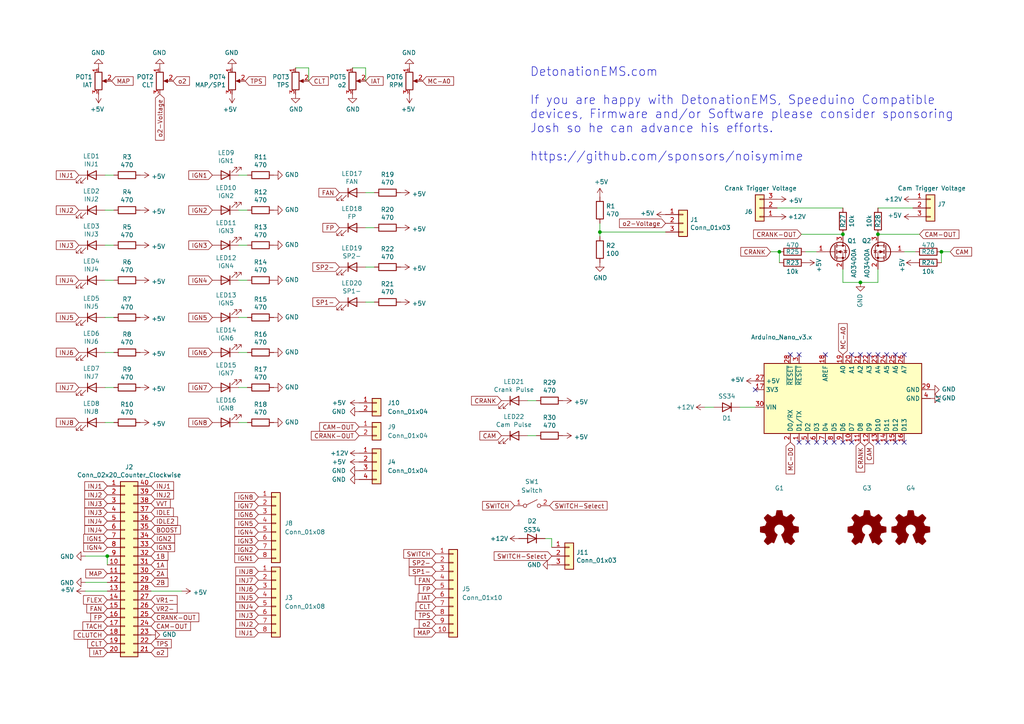
<source format=kicad_sch>
(kicad_sch (version 20211123) (generator eeschema)
  (paper "A4")
  (title_block (title "Engine Simulator") (date "2021-10-08") (rev "A") (company "DetonationEMS"))
  (junction (at 249.555 81.915))
  (junction (at 31.115 161.29))
  (junction (at 226.06 73.025))
  (junction (at 254.635 67.945))
  (junction (at 273.05 73.025))
  (junction (at 244.475 67.945))
  (junction (at 173.99 67.31))
  (no_connect (at 231.775 102.87))
  (no_connect (at 247.015 102.87))
  (no_connect (at 249.555 102.87))
  (no_connect (at 241.935 128.27))
  (no_connect (at 229.235 102.87))
  (no_connect (at 236.855 128.27))
  (no_connect (at 239.395 102.87))
  (no_connect (at 262.255 102.87))
  (no_connect (at 231.775 128.27))
  (no_connect (at 219.075 113.03))
  (no_connect (at 254.635 128.27))
  (no_connect (at 259.715 128.27))
  (no_connect (at 247.015 128.27))
  (no_connect (at 244.475 128.27))
  (no_connect (at 257.175 128.27))
  (no_connect (at 257.175 102.87))
  (no_connect (at 254.635 102.87))
  (no_connect (at 234.315 128.27))
  (no_connect (at 252.095 102.87))
  (no_connect (at 262.255 128.27))
  (no_connect (at 259.715 102.87))
  (no_connect (at 239.395 128.27))
  (wire (pts (xy 193.04 67.31) (xy 173.99 67.31)))
  (wire (pts (xy 106.045 19.685) (xy 106.045 23.495)))
  (wire (pts (xy 153.035 126.365) (xy 155.575 126.365)))
  (wire (pts (xy 30.48 60.96) (xy 33.02 60.96)))
  (wire (pts (xy 30.48 112.395) (xy 33.02 112.395)))
  (wire (pts (xy 158.115 156.21) (xy 160.02 156.21)))
  (wire (pts (xy 31.115 163.83) (xy 31.115 161.29)))
  (wire (pts (xy 85.725 19.685) (xy 89.535 19.685)))
  (wire (pts (xy 223.52 73.025) (xy 226.06 73.025)))
  (wire (pts (xy 52.705 171.45) (xy 43.815 171.45)))
  (wire (pts (xy 275.59 73.025) (xy 273.05 73.025)))
  (wire (pts (xy 30.48 50.8) (xy 33.02 50.8)))
  (wire (pts (xy 69.215 92.075) (xy 71.755 92.075)))
  (wire (pts (xy 30.48 71.12) (xy 33.02 71.12)))
  (wire (pts (xy 69.215 60.96) (xy 71.755 60.96)))
  (wire (pts (xy 265.43 73.025) (xy 262.255 73.025)))
  (wire (pts (xy 106.045 66.04) (xy 108.585 66.04)))
  (wire (pts (xy 225.425 60.325) (xy 244.475 60.325)))
  (wire (pts (xy 69.215 50.8) (xy 71.755 50.8)))
  (wire (pts (xy 24.765 171.45) (xy 31.115 171.45)))
  (wire (pts (xy 204.47 118.11) (xy 207.01 118.11)))
  (wire (pts (xy 24.765 168.91) (xy 31.115 168.91)))
  (wire (pts (xy 160.02 156.21) (xy 160.02 158.75)))
  (wire (pts (xy 106.045 87.63) (xy 108.585 87.63)))
  (wire (pts (xy 69.215 122.555) (xy 71.755 122.555)))
  (wire (pts (xy 30.48 122.555) (xy 33.02 122.555)))
  (wire (pts (xy 153.035 116.205) (xy 155.575 116.205)))
  (wire (pts (xy 244.475 81.915) (xy 249.555 81.915)))
  (wire (pts (xy 273.05 73.025) (xy 273.05 76.2)))
  (wire (pts (xy 254.635 81.915) (xy 254.635 78.105)))
  (wire (pts (xy 254.635 67.945) (xy 266.7 67.945)))
  (wire (pts (xy 69.215 102.235) (xy 71.755 102.235)))
  (wire (pts (xy 106.045 77.47) (xy 108.585 77.47)))
  (wire (pts (xy 254.635 60.325) (xy 264.795 60.325)))
  (wire (pts (xy 244.475 78.105) (xy 244.475 81.915)))
  (wire (pts (xy 173.99 64.77) (xy 173.99 67.31)))
  (wire (pts (xy 214.63 118.11) (xy 219.075 118.11)))
  (wire (pts (xy 226.06 73.025) (xy 226.06 76.2)))
  (wire (pts (xy 106.045 55.88) (xy 108.585 55.88)))
  (wire (pts (xy 233.68 73.025) (xy 236.855 73.025)))
  (wire (pts (xy 69.215 81.28) (xy 71.755 81.28)))
  (wire (pts (xy 24.765 161.29) (xy 31.115 161.29)))
  (wire (pts (xy 69.215 71.12) (xy 71.755 71.12)))
  (wire (pts (xy 30.48 81.28) (xy 33.02 81.28)))
  (wire (pts (xy 232.41 67.945) (xy 244.475 67.945)))
  (wire (pts (xy 30.48 102.235) (xy 33.02 102.235)))
  (wire (pts (xy 249.555 81.915) (xy 254.635 81.915)))
  (wire (pts (xy 69.215 112.395) (xy 71.755 112.395)))
  (wire (pts (xy 89.535 19.685) (xy 89.535 23.495)))
  (wire (pts (xy 173.99 67.31) (xy 173.99 68.58)))
  (wire (pts (xy 102.235 19.685) (xy 106.045 19.685)))
  (wire (pts (xy 30.48 92.075) (xy 33.02 92.075)))
  (text "DetonationEMS.com\n\nIf you are happy with DetonationEMS, Speeduino Compatible\ndevices, Firmware and/or Software please consider sponsoring\nJosh so he can advance his efforts.\n\nhttps://github.com/sponsors/noisymime" (at 153.67 46.99 0) (effects (font (size 2.54 2.54)) (justify left bottom)))
  (global_label "SWITCH" (shape input) (at 149.225 146.685 180) (property "Intersheet References" "${INTERSHEET_REFS}" (effects hide)))
  (global_label "MAP" (shape input) (at 31.115 166.37 180) (property "Intersheet References" "${INTERSHEET_REFS}" (effects hide)))
  (global_label "MC-A0" (shape input) (at 122.555 23.495 0) (property "Intersheet References" "${INTERSHEET_REFS}" (effects hide)))
  (global_label "TPS" (shape input) (at 43.815 186.69 0) (property "Intersheet References" "${INTERSHEET_REFS}" (effects hide)))
  (global_label "CRANK-OUT" (shape input) (at 104.14 126.365 180) (property "Intersheet References" "${INTERSHEET_REFS}" (effects hide)))
  (global_label "FAN" (shape input) (at 126.365 168.275 180) (property "Intersheet References" "${INTERSHEET_REFS}" (effects hide)))
  (global_label "1A" (shape input) (at 43.815 163.83 0) (property "Intersheet References" "${INTERSHEET_REFS}" (effects hide)))
  (global_label "INJ4" (shape input) (at 31.115 151.13 180) (property "Intersheet References" "${INTERSHEET_REFS}" (effects hide)))
  (global_label "INJ4" (shape input) (at 74.93 175.895 180) (property "Intersheet References" "${INTERSHEET_REFS}" (effects hide)))
  (global_label "INJ2" (shape input) (at 31.115 143.51 180) (property "Intersheet References" "${INTERSHEET_REFS}" (effects hide)))
  (global_label "IGN5" (shape input) (at 74.93 151.765 180) (property "Intersheet References" "${INTERSHEET_REFS}" (effects hide)))
  (global_label "INJ5" (shape input) (at 74.93 173.355 180) (property "Intersheet References" "${INTERSHEET_REFS}" (effects hide)))
  (global_label "INJ1" (shape input) (at 22.86 50.8 180) (property "Intersheet References" "${INTERSHEET_REFS}" (effects hide)))
  (global_label "INJ2" (shape input) (at 22.86 60.96 180) (property "Intersheet References" "${INTERSHEET_REFS}" (effects hide)))
  (global_label "CAM" (shape input) (at 275.59 73.025 0) (property "Intersheet References" "${INTERSHEET_REFS}" (effects hide)))
  (global_label "IGN2" (shape input) (at 74.93 159.385 180) (property "Intersheet References" "${INTERSHEET_REFS}" (effects hide)))
  (global_label "CLUTCH" (shape input) (at 31.115 184.15 180) (property "Intersheet References" "${INTERSHEET_REFS}" (effects hide)))
  (global_label "1B" (shape input) (at 43.815 161.29 0) (property "Intersheet References" "${INTERSHEET_REFS}" (effects hide)))
  (global_label "IGN3" (shape input) (at 74.93 156.845 180) (property "Intersheet References" "${INTERSHEET_REFS}" (effects hide)))
  (global_label "INJ3" (shape input) (at 31.115 148.59 180) (property "Intersheet References" "${INTERSHEET_REFS}" (effects hide)))
  (global_label "IGN1" (shape input) (at 61.595 50.8 180) (property "Intersheet References" "${INTERSHEET_REFS}" (effects hide)))
  (global_label "CLT" (shape input) (at 126.365 175.895 180) (property "Intersheet References" "${INTERSHEET_REFS}" (effects hide)))
  (global_label "IGN1" (shape input) (at 74.93 161.925 180) (property "Intersheet References" "${INTERSHEET_REFS}" (effects hide)))
  (global_label "CRANK" (shape input) (at 223.52 73.025 180) (property "Intersheet References" "${INTERSHEET_REFS}" (effects hide)))
  (global_label "BOOST" (shape input) (at 43.815 153.67 0) (property "Intersheet References" "${INTERSHEET_REFS}" (effects hide)))
  (global_label "TPS" (shape input) (at 126.365 178.435 180) (property "Intersheet References" "${INTERSHEET_REFS}" (effects hide)))
  (global_label "CAM" (shape input) (at 252.095 128.27 270) (property "Intersheet References" "${INTERSHEET_REFS}" (effects hide)))
  (global_label "FP" (shape input) (at 31.115 179.07 180) (property "Intersheet References" "${INTERSHEET_REFS}" (effects hide)))
  (global_label "IGN4" (shape input) (at 31.115 158.75 180) (property "Intersheet References" "${INTERSHEET_REFS}" (effects hide)))
  (global_label "CLT" (shape input) (at 89.535 23.495 0) (property "Intersheet References" "${INTERSHEET_REFS}" (effects hide)))
  (global_label "INJ1" (shape input) (at 43.815 140.97 0) (property "Intersheet References" "${INTERSHEET_REFS}" (effects hide)))
  (global_label "INJ8" (shape input) (at 22.86 122.555 180) (property "Intersheet References" "${INTERSHEET_REFS}" (effects hide)))
  (global_label "CRANK-OUT" (shape input) (at 232.41 67.945 180) (property "Intersheet References" "${INTERSHEET_REFS}" (effects hide)))
  (global_label "SWITCH-Select" (shape input) (at 159.385 146.685 0) (property "Intersheet References" "${INTERSHEET_REFS}" (effects hide)))
  (global_label "o2" (shape input) (at 50.165 23.495 0) (property "Intersheet References" "${INTERSHEET_REFS}" (effects hide)))
  (global_label "INJ6" (shape input) (at 74.93 170.815 180) (property "Intersheet References" "${INTERSHEET_REFS}" (effects hide)))
  (global_label "INJ4" (shape input) (at 22.86 81.28 180) (property "Intersheet References" "${INTERSHEET_REFS}" (effects hide)))
  (global_label "INJ7" (shape input) (at 22.86 112.395 180) (property "Intersheet References" "${INTERSHEET_REFS}" (effects hide)))
  (global_label "INJ3" (shape input) (at 74.93 178.435 180) (property "Intersheet References" "${INTERSHEET_REFS}" (effects hide)))
  (global_label "SP1-" (shape input) (at 126.365 165.735 180) (property "Intersheet References" "${INTERSHEET_REFS}" (effects hide)))
  (global_label "INJ7" (shape input) (at 74.93 168.275 180) (property "Intersheet References" "${INTERSHEET_REFS}" (effects hide)))
  (global_label "IGN7" (shape input) (at 61.595 112.395 180) (property "Intersheet References" "${INTERSHEET_REFS}" (effects hide)))
  (global_label "SWITCH" (shape input) (at 126.365 160.655 180) (property "Intersheet References" "${INTERSHEET_REFS}" (effects hide)))
  (global_label "VVT" (shape input) (at 43.815 146.05 0) (property "Intersheet References" "${INTERSHEET_REFS}" (effects hide)))
  (global_label "INJ4" (shape input) (at 31.115 153.67 180) (property "Intersheet References" "${INTERSHEET_REFS}" (effects hide)))
  (global_label "IGN8" (shape input) (at 74.93 144.145 180) (property "Intersheet References" "${INTERSHEET_REFS}" (effects hide)))
  (global_label "MC-A0" (shape input) (at 244.475 102.87 90) (property "Intersheet References" "${INTERSHEET_REFS}" (effects hide)))
  (global_label "o2-Voltage" (shape input) (at 46.355 27.305 270) (property "Intersheet References" "${INTERSHEET_REFS}" (effects hide)))
  (global_label "IGN3" (shape input) (at 43.815 158.75 0) (property "Intersheet References" "${INTERSHEET_REFS}" (effects hide)))
  (global_label "CRANK" (shape input) (at 249.555 128.27 270) (property "Intersheet References" "${INTERSHEET_REFS}" (effects hide)))
  (global_label "IDLE" (shape input) (at 43.815 148.59 0) (property "Intersheet References" "${INTERSHEET_REFS}" (effects hide)))
  (global_label "IGN5" (shape input) (at 61.595 92.075 180) (property "Intersheet References" "${INTERSHEET_REFS}" (effects hide)))
  (global_label "SP1-" (shape input) (at 98.425 87.63 180) (property "Intersheet References" "${INTERSHEET_REFS}" (effects hide)))
  (global_label "IGN3" (shape input) (at 61.595 71.12 180) (property "Intersheet References" "${INTERSHEET_REFS}" (effects hide)))
  (global_label "INJ3" (shape input) (at 22.86 71.12 180) (property "Intersheet References" "${INTERSHEET_REFS}" (effects hide)))
  (global_label "FAN" (shape input) (at 98.425 55.88 180) (property "Intersheet References" "${INTERSHEET_REFS}" (effects hide)))
  (global_label "TACH" (shape input) (at 31.115 181.61 180) (property "Intersheet References" "${INTERSHEET_REFS}" (effects hide)))
  (global_label "CAM" (shape input) (at 145.415 126.365 180) (property "Intersheet References" "${INTERSHEET_REFS}" (effects hide)))
  (global_label "IAT" (shape input) (at 126.365 173.355 180) (property "Intersheet References" "${INTERSHEET_REFS}" (effects hide)))
  (global_label "FP" (shape input) (at 98.425 66.04 180) (property "Intersheet References" "${INTERSHEET_REFS}" (effects hide)))
  (global_label "o2-Voltage" (shape input) (at 193.04 64.77 180) (property "Intersheet References" "${INTERSHEET_REFS}" (effects hide)))
  (global_label "IDLE2" (shape input) (at 43.815 151.13 0) (property "Intersheet References" "${INTERSHEET_REFS}" (effects hide)))
  (global_label "INJ6" (shape input) (at 22.86 102.235 180) (property "Intersheet References" "${INTERSHEET_REFS}" (effects hide)))
  (global_label "MAP" (shape input) (at 126.365 183.515 180) (property "Intersheet References" "${INTERSHEET_REFS}" (effects hide)))
  (global_label "CAM-OUT" (shape input) (at 266.7 67.945 0) (property "Intersheet References" "${INTERSHEET_REFS}" (effects hide)))
  (global_label "SWITCH-Select" (shape input) (at 160.02 161.29 180) (property "Intersheet References" "${INTERSHEET_REFS}" (effects hide)))
  (global_label "TPS" (shape input) (at 71.12 23.495 0) (property "Intersheet References" "${INTERSHEET_REFS}" (effects hide)))
  (global_label "VR1-" (shape input) (at 43.815 173.99 0) (property "Intersheet References" "${INTERSHEET_REFS}" (effects hide)))
  (global_label "IGN4" (shape input) (at 61.595 81.28 180) (property "Intersheet References" "${INTERSHEET_REFS}" (effects hide)))
  (global_label "IGN7" (shape input) (at 74.93 146.685 180) (property "Intersheet References" "${INTERSHEET_REFS}" (effects hide)))
  (global_label "IGN2" (shape input) (at 61.595 60.96 180) (property "Intersheet References" "${INTERSHEET_REFS}" (effects hide)))
  (global_label "INJ8" (shape input) (at 74.93 165.735 180) (property "Intersheet References" "${INTERSHEET_REFS}" (effects hide)))
  (global_label "SP2-" (shape input) (at 126.365 163.195 180) (property "Intersheet References" "${INTERSHEET_REFS}" (effects hide)))
  (global_label "INJ2" (shape input) (at 74.93 180.975 180) (property "Intersheet References" "${INTERSHEET_REFS}" (effects hide)))
  (global_label "INJ5" (shape input) (at 22.86 92.075 180) (property "Intersheet References" "${INTERSHEET_REFS}" (effects hide)))
  (global_label "INJ1" (shape input) (at 74.93 183.515 180) (property "Intersheet References" "${INTERSHEET_REFS}" (effects hide)))
  (global_label "CAM-OUT" (shape input) (at 43.815 181.61 0) (property "Intersheet References" "${INTERSHEET_REFS}" (effects hide)))
  (global_label "SP2-" (shape input) (at 98.425 77.47 180) (property "Intersheet References" "${INTERSHEET_REFS}" (effects hide)))
  (global_label "IGN2" (shape input) (at 43.815 156.21 0) (property "Intersheet References" "${INTERSHEET_REFS}" (effects hide)))
  (global_label "CRANK-OUT" (shape input) (at 43.815 179.07 0) (property "Intersheet References" "${INTERSHEET_REFS}" (effects hide)))
  (global_label "CAM-OUT" (shape input) (at 104.14 123.825 180) (property "Intersheet References" "${INTERSHEET_REFS}" (effects hide)))
  (global_label "MC-D0" (shape input) (at 229.235 128.27 270) (property "Intersheet References" "${INTERSHEET_REFS}" (effects hide)))
  (global_label "IGN6" (shape input) (at 61.595 102.235 180) (property "Intersheet References" "${INTERSHEET_REFS}" (effects hide)))
  (global_label "o2" (shape input) (at 126.365 180.975 180) (property "Intersheet References" "${INTERSHEET_REFS}" (effects hide)))
  (global_label "FAN" (shape input) (at 31.115 176.53 180) (property "Intersheet References" "${INTERSHEET_REFS}" (effects hide)))
  (global_label "CRANK" (shape input) (at 145.415 116.205 180) (property "Intersheet References" "${INTERSHEET_REFS}" (effects hide)))
  (global_label "o2" (shape input) (at 43.815 189.23 0) (property "Intersheet References" "${INTERSHEET_REFS}" (effects hide)))
  (global_label "VR2-" (shape input) (at 43.815 176.53 0) (property "Intersheet References" "${INTERSHEET_REFS}" (effects hide)))
  (global_label "2A" (shape input) (at 43.815 166.37 0) (property "Intersheet References" "${INTERSHEET_REFS}" (effects hide)))
  (global_label "IGN6" (shape input) (at 74.93 149.225 180) (property "Intersheet References" "${INTERSHEET_REFS}" (effects hide)))
  (global_label "MAP" (shape input) (at 32.385 23.495 0) (property "Intersheet References" "${INTERSHEET_REFS}" (effects hide)))
  (global_label "INJ2" (shape input) (at 43.815 143.51 0) (property "Intersheet References" "${INTERSHEET_REFS}" (effects hide)))
  (global_label "IGN8" (shape input) (at 61.595 122.555 180) (property "Intersheet References" "${INTERSHEET_REFS}" (effects hide)))
  (global_label "IGN4" (shape input) (at 74.93 154.305 180) (property "Intersheet References" "${INTERSHEET_REFS}" (effects hide)))
  (global_label "FLEX" (shape input) (at 31.115 173.99 180) (property "Intersheet References" "${INTERSHEET_REFS}" (effects hide)))
  (global_label "FP" (shape input) (at 126.365 170.815 180) (property "Intersheet References" "${INTERSHEET_REFS}" (effects hide)))
  (global_label "INJ3" (shape input) (at 31.115 146.05 180) (property "Intersheet References" "${INTERSHEET_REFS}" (effects hide)))
  (global_label "IGN1" (shape input) (at 31.115 156.21 180) (property "Intersheet References" "${INTERSHEET_REFS}" (effects hide)))
  (global_label "IAT" (shape input) (at 106.045 23.495 0) (property "Intersheet References" "${INTERSHEET_REFS}" (effects hide)))
  (global_label "2B" (shape input) (at 43.815 168.91 0) (property "Intersheet References" "${INTERSHEET_REFS}" (effects hide)))
  (global_label "INJ1" (shape input) (at 31.115 140.97 180) (property "Intersheet References" "${INTERSHEET_REFS}" (effects hide)))
  (global_label "IAT" (shape input) (at 31.115 189.23 180) (property "Intersheet References" "${INTERSHEET_REFS}" (effects hide)))
  (global_label "CLT" (shape input) (at 31.115 186.69 180) (property "Intersheet References" "${INTERSHEET_REFS}" (effects hide)))
  (symbol (lib_id "Device:R_POT") (at 46.355 23.495 0) (unit 1) (in_bom no)
    (property "Reference" "POT2" (at 44.6024 22.3266 0) (effects (justify right)))
    (property "Value" "CLT" (at 44.6024 24.638 0) (effects (justify right)))
    (property "Footprint" "MyLibs:RV09AF4020KB10K" (effects hide))
  )
  (symbol (lib_id "Device:R_POT") (at 85.725 23.495 0) (unit 1) (in_bom no)
    (property "Reference" "POT3" (at 83.9724 22.3266 0) (effects (justify right)))
    (property "Value" "TPS" (at 83.9724 24.638 0) (effects (justify right)))
    (property "Footprint" "MyLibs:RV09AF4020KB10K" (effects hide))
  )
  (symbol (lib_id "Device:R_POT") (at 67.31 23.495 0) (unit 1) (in_bom no)
    (property "Reference" "POT4" (at 65.5574 22.3266 0) (effects (justify right)))
    (property "Value" "MAP/SP1" (at 65.5574 24.638 0) (effects (justify right)))
    (property "Footprint" "MyLibs:RV09AF4020KB10K" (effects hide))
  )
  (symbol (lib_id "Device:R_POT") (at 28.575 23.495 0) (unit 1) (in_bom no)
    (property "Reference" "POT1" (at 26.8224 22.3266 0) (effects (justify right)))
    (property "Value" "IAT" (at 26.8224 24.638 0) (effects (justify right)))
    (property "Footprint" "MyLibs:RV09AF4020KB10K" (effects hide))
  )
  (symbol (lib_id "Device:R_POT") (at 102.235 23.495 0) (unit 1) (in_bom no)
    (property "Reference" "POT5" (at 100.4824 22.3266 0) (effects (justify right)))
    (property "Value" "o2" (at 100.4824 24.638 0) (effects (justify right)))
    (property "Footprint" "MyLibs:RV09AF4020KB10K" (effects hide))
  )
  (symbol (lib_id "Device:R_POT") (at 118.745 23.495 0) (unit 1) (in_bom no)
    (property "Reference" "POT6" (at 116.9924 22.3266 0) (effects (justify right)))
    (property "Value" "RPM" (at 116.9924 24.638 0) (effects (justify right)))
    (property "Footprint" "MyLibs:RV09AF4020KB10K" (effects hide))
  )
  (symbol (lib_id "power:+5V") (at 118.745 27.305 180) (unit 1)
    (property "Reference" "#PWR0101" (effects hide))
    (property "Value" "+5V" (at 118.364 31.6992 0))
  )
  (symbol (lib_id "power:+5V") (at 219.075 110.49 90) (unit 1)
    (property "Reference" "#PWR0102" (effects hide))
    (property "Value" "+5V" (at 215.8238 110.109 90) (effects (justify left)))
  )
  (symbol (lib_id "power:GND") (at 118.745 19.685 180) (unit 1)
    (property "Reference" "#PWR0103" (effects hide))
    (property "Value" "GND" (at 118.618 15.2908 0))
  )
  (symbol (lib_id "power:GND") (at 269.875 115.57 90) (unit 1)
    (property "Reference" "#PWR0104" (effects hide))
    (property "Value" "GND" (at 273.1262 115.443 90) (effects (justify right)))
  )
  (symbol (lib_id "power:GND") (at 269.875 113.03 90) (unit 1)
    (property "Reference" "#PWR0105" (effects hide))
    (property "Value" "GND" (at 273.1262 112.903 90) (effects (justify right)))
  )
  (symbol (lib_id "Connector_Generic:Conn_01x03") (at 198.12 64.77 0) (unit 1) (in_bom no)
    (property "Reference" "J1" (at 200.152 63.7032 0) (effects (justify left)))
    (property "Value" "Conn_01x03" (at 200.152 66.0146 0) (effects (justify left)))
    (property "Footprint" "Detonation:3-PinSwitch" (effects hide))
  )
  (symbol (lib_id "power:+5V") (at 193.04 62.23 90) (unit 1)
    (property "Reference" "#PWR0107" (effects hide))
    (property "Value" "+5V" (at 189.7888 61.849 90) (effects (justify left)))
  )
  (symbol (lib_id "Device:R") (at 173.99 72.39 0) (unit 1)
    (property "Reference" "R2" (at 175.768 71.2216 0) (effects (justify left)))
    (property "Value" "100" (at 175.768 73.533 0) (effects (justify left)))
    (property "Footprint" "Resistor_SMD:R_0603_1608Metric" (effects hide))
    (property "LCSC" "C22775" (effects hide))
  )
  (symbol (lib_id "Device:R") (at 173.99 60.96 0) (unit 1)
    (property "Reference" "R1" (at 175.768 59.7916 0) (effects (justify left)))
    (property "Value" "470" (at 175.768 62.103 0) (effects (justify left)))
    (property "Footprint" "Resistor_SMD:R_0603_1608Metric" (effects hide))
    (property "LCSC" "C23179" (effects hide))
  )
  (symbol (lib_id "power:+5V") (at 173.99 57.15 0) (unit 1)
    (property "Reference" "#PWR0108" (effects hide))
    (property "Value" "+5V" (at 174.371 52.7558 0))
  )
  (symbol (lib_id "power:GND") (at 173.99 76.2 0) (unit 1)
    (property "Reference" "#PWR0109" (effects hide))
    (property "Value" "GND" (at 174.117 80.5942 0))
  )
  (symbol (lib_id "power:+5V") (at 67.31 27.305 180) (unit 1)
    (property "Reference" "#PWR0110" (effects hide))
    (property "Value" "+5V" (at 66.675 31.75 0))
  )
  (symbol (lib_id "power:GND") (at 67.31 19.685 180) (unit 1)
    (property "Reference" "#PWR0112" (effects hide))
    (property "Value" "GND" (at 67.183 15.2908 0))
  )
  (symbol (lib_id "power:GND") (at 46.355 19.685 180) (unit 1)
    (property "Reference" "#PWR0113" (effects hide))
    (property "Value" "GND" (at 46.228 15.2908 0))
  )
  (symbol (lib_id "power:GND") (at 85.725 27.305 0) (unit 1)
    (property "Reference" "#PWR0115" (effects hide))
    (property "Value" "GND" (at 85.852 31.6992 0))
  )
  (symbol (lib_id "Pre_Ignition-rescue:Conn_02x20_Counter_Clockwise-Connector_Generic") (at 36.195 163.83 0) (unit 1) (in_bom no)
    (property "Reference" "J2" (at 37.465 135.4582 0))
    (property "Value" "Conn_02x20_Counter_Clockwise" (at 37.465 137.7696 0))
    (property "Footprint" "Connector_Automotive:IDC-Header_2x20_P2.54mm_Vertical_Speeduino" (effects hide))
  )
  (symbol (lib_id "power:GND") (at 24.765 161.29 270) (unit 1)
    (property "Reference" "#PWR0116" (effects hide))
    (property "Value" "GND" (at 21.5138 161.417 90) (effects (justify right)))
  )
  (symbol (lib_id "power:GND") (at 24.765 168.91 270) (unit 1)
    (property "Reference" "#PWR0117" (effects hide))
    (property "Value" "GND" (at 21.5138 169.037 90) (effects (justify right)))
  )
  (symbol (lib_id "power:+5V") (at 24.765 171.45 90) (unit 1)
    (property "Reference" "#PWR0118" (effects hide))
    (property "Value" "+5V" (at 21.5138 171.069 90) (effects (justify left)))
  )
  (symbol (lib_id "power:GND") (at 43.815 184.15 90) (unit 1)
    (property "Reference" "#PWR0119" (effects hide))
    (property "Value" "GND" (at 47.0662 184.023 90) (effects (justify right)))
  )
  (symbol (lib_id "power:+5V") (at 52.705 171.45 270) (unit 1)
    (property "Reference" "#PWR0120" (effects hide))
    (property "Value" "+5V" (at 55.9562 171.831 90) (effects (justify left)))
  )
  (symbol (lib_id "Device:R") (at 75.565 50.8 270) (unit 1)
    (property "Reference" "R11" (at 75.565 45.5422 90))
    (property "Value" "470" (at 75.565 47.8536 90))
    (property "Footprint" "Resistor_SMD:R_0603_1608Metric" (effects hide))
    (property "LCSC" "C23179" (effects hide))
  )
  (symbol (lib_id "power:GND") (at 79.375 50.8 90) (unit 1)
    (property "Reference" "#PWR0121" (effects hide))
    (property "Value" "GND" (at 82.6262 50.673 90) (effects (justify right)))
  )
  (symbol (lib_id "Device:LED") (at 65.405 50.8 180) (unit 1)
    (property "Reference" "LED9" (at 65.5828 44.323 0))
    (property "Value" "IGN1" (at 65.5828 46.6344 0))
    (property "Footprint" "LED_SMD:LED_0603_1608Metric" (effects hide))
    (property "LCSC" "C2286" (effects hide))
  )
  (symbol (lib_id "Device:R") (at 75.565 60.96 270) (unit 1)
    (property "Reference" "R12" (at 75.565 55.7022 90))
    (property "Value" "470" (at 75.565 58.0136 90))
    (property "Footprint" "Resistor_SMD:R_0603_1608Metric" (effects hide))
    (property "LCSC" "C23179" (effects hide))
  )
  (symbol (lib_id "power:GND") (at 79.375 60.96 90) (unit 1)
    (property "Reference" "#PWR0122" (effects hide))
    (property "Value" "GND" (at 82.6262 60.833 90) (effects (justify right)))
  )
  (symbol (lib_id "Device:LED") (at 65.405 60.96 180) (unit 1)
    (property "Reference" "LED10" (at 65.5828 54.483 0))
    (property "Value" "IGN2" (at 65.5828 56.7944 0))
    (property "Footprint" "LED_SMD:LED_0603_1608Metric" (effects hide))
    (property "LCSC" "C2286" (effects hide))
  )
  (symbol (lib_id "Device:R") (at 75.565 71.12 270) (unit 1)
    (property "Reference" "R13" (at 75.565 65.8622 90))
    (property "Value" "470" (at 75.565 68.1736 90))
    (property "Footprint" "Resistor_SMD:R_0603_1608Metric" (effects hide))
    (property "LCSC" "C23179" (effects hide))
  )
  (symbol (lib_id "power:GND") (at 79.375 71.12 90) (unit 1)
    (property "Reference" "#PWR0123" (effects hide))
    (property "Value" "GND" (at 82.6262 70.993 90) (effects (justify right)))
  )
  (symbol (lib_id "Device:LED") (at 65.405 71.12 180) (unit 1)
    (property "Reference" "LED11" (at 65.5828 64.643 0))
    (property "Value" "IGN3" (at 65.5828 66.9544 0))
    (property "Footprint" "LED_SMD:LED_0603_1608Metric" (effects hide))
    (property "LCSC" "C2286" (effects hide))
  )
  (symbol (lib_id "Device:R") (at 75.565 81.28 270) (unit 1)
    (property "Reference" "R14" (at 75.565 76.0222 90))
    (property "Value" "470" (at 75.565 78.3336 90))
    (property "Footprint" "Resistor_SMD:R_0603_1608Metric" (effects hide))
    (property "LCSC" "C23179" (effects hide))
  )
  (symbol (lib_id "power:GND") (at 79.375 81.28 90) (unit 1)
    (property "Reference" "#PWR0124" (effects hide))
    (property "Value" "GND" (at 82.6262 81.153 90) (effects (justify right)))
  )
  (symbol (lib_id "Device:LED") (at 65.405 81.28 180) (unit 1)
    (property "Reference" "LED12" (at 65.5828 74.803 0))
    (property "Value" "IGN4" (at 65.5828 77.1144 0))
    (property "Footprint" "LED_SMD:LED_0603_1608Metric" (effects hide))
    (property "LCSC" "C2286" (effects hide))
  )
  (symbol (lib_id "Device:R") (at 36.83 50.8 270) (unit 1)
    (property "Reference" "R3" (at 36.83 45.5422 90))
    (property "Value" "470" (at 36.83 47.8536 90))
    (property "Footprint" "Resistor_SMD:R_0603_1608Metric" (effects hide))
    (property "LCSC" "C23179" (effects hide))
  )
  (symbol (lib_id "Device:LED") (at 26.67 50.8 0) (unit 1)
    (property "Reference" "LED1" (at 26.4922 45.2882 0))
    (property "Value" "INJ1" (at 26.4922 47.5996 0))
    (property "Footprint" "LED_SMD:LED_0603_1608Metric" (effects hide))
    (property "LCSC" "C2286" (effects hide))
  )
  (symbol (lib_id "Device:R") (at 36.83 60.96 270) (unit 1)
    (property "Reference" "R4" (at 36.83 55.7022 90))
    (property "Value" "470" (at 36.83 58.0136 90))
    (property "Footprint" "Resistor_SMD:R_0603_1608Metric" (effects hide))
    (property "LCSC" "C23179" (effects hide))
  )
  (symbol (lib_id "Device:LED") (at 26.67 60.96 0) (unit 1)
    (property "Reference" "LED2" (at 26.4922 55.4482 0))
    (property "Value" "INJ2" (at 26.4922 57.7596 0))
    (property "Footprint" "LED_SMD:LED_0603_1608Metric" (effects hide))
    (property "LCSC" "C2286" (effects hide))
  )
  (symbol (lib_id "Device:R") (at 36.83 71.12 270) (unit 1)
    (property "Reference" "R5" (at 36.83 65.8622 90))
    (property "Value" "470" (at 36.83 68.1736 90))
    (property "Footprint" "Resistor_SMD:R_0603_1608Metric" (effects hide))
    (property "LCSC" "C23179" (effects hide))
  )
  (symbol (lib_id "Device:LED") (at 26.67 71.12 0) (unit 1)
    (property "Reference" "LED3" (at 26.4922 65.6082 0))
    (property "Value" "INJ3" (at 26.4922 67.9196 0))
    (property "Footprint" "LED_SMD:LED_0603_1608Metric" (effects hide))
    (property "LCSC" "C2286" (effects hide))
  )
  (symbol (lib_id "Device:R") (at 36.83 81.28 270) (unit 1)
    (property "Reference" "R6" (at 36.83 76.0222 90))
    (property "Value" "470" (at 36.83 78.3336 90))
    (property "Footprint" "Resistor_SMD:R_0603_1608Metric" (effects hide))
    (property "LCSC" "C23179" (effects hide))
  )
  (symbol (lib_id "Device:LED") (at 26.67 81.28 0) (unit 1)
    (property "Reference" "LED4" (at 26.4922 75.7682 0))
    (property "Value" "INJ4" (at 26.4922 78.0796 0))
    (property "Footprint" "LED_SMD:LED_0603_1608Metric" (effects hide))
    (property "LCSC" "C2286" (effects hide))
  )
  (symbol (lib_id "power:+5V") (at 40.64 50.8 270) (unit 1)
    (property "Reference" "#PWR0125" (effects hide))
    (property "Value" "+5V" (at 43.8912 51.181 90) (effects (justify left)))
  )
  (symbol (lib_id "power:+5V") (at 40.64 71.12 270) (unit 1)
    (property "Reference" "#PWR0126" (effects hide))
    (property "Value" "+5V" (at 43.8912 71.501 90) (effects (justify left)))
  )
  (symbol (lib_id "power:+5V") (at 40.64 60.96 270) (unit 1)
    (property "Reference" "#PWR0127" (effects hide))
    (property "Value" "+5V" (at 43.8912 61.341 90) (effects (justify left)))
  )
  (symbol (lib_id "power:+5V") (at 40.64 81.28 270) (unit 1)
    (property "Reference" "#PWR0128" (effects hide))
    (property "Value" "+5V" (at 43.8912 81.661 90) (effects (justify left)))
  )
  (symbol (lib_id "Device:R") (at 112.395 55.88 270) (unit 1)
    (property "Reference" "R19" (at 112.395 50.6222 90))
    (property "Value" "470" (at 112.395 52.9336 90))
    (property "Footprint" "Resistor_SMD:R_0603_1608Metric" (effects hide))
    (property "LCSC" "C23179" (effects hide))
  )
  (symbol (lib_id "Device:LED") (at 102.235 55.88 0) (unit 1)
    (property "Reference" "LED17" (at 102.0572 50.3682 0))
    (property "Value" "FAN" (at 102.0572 52.6796 0))
    (property "Footprint" "LED_SMD:LED_0603_1608Metric" (effects hide))
    (property "LCSC" "C2286" (effects hide))
  )
  (symbol (lib_id "Device:R") (at 112.395 66.04 270) (unit 1)
    (property "Reference" "R20" (at 112.395 60.7822 90))
    (property "Value" "470" (at 112.395 63.0936 90))
    (property "Footprint" "Resistor_SMD:R_0603_1608Metric" (effects hide))
    (property "LCSC" "C23179" (effects hide))
  )
  (symbol (lib_id "Device:LED") (at 102.235 66.04 0) (unit 1)
    (property "Reference" "LED18" (at 102.0572 60.5282 0))
    (property "Value" "FP" (at 102.0572 62.8396 0))
    (property "Footprint" "LED_SMD:LED_0603_1608Metric" (effects hide))
    (property "LCSC" "C2286" (effects hide))
  )
  (symbol (lib_id "power:+5V") (at 116.205 66.04 270) (unit 1)
    (property "Reference" "#PWR0130" (effects hide))
    (property "Value" "+5V" (at 119.4562 66.421 90) (effects (justify left)))
  )
  (symbol (lib_id "power:+5V") (at 116.205 55.88 270) (unit 1)
    (property "Reference" "#PWR0131" (effects hide))
    (property "Value" "+5V" (at 119.4562 56.261 90) (effects (justify left)))
  )
  (symbol (lib_id "MCU_Module:Arduino_Nano_v3.x") (at 244.475 115.57 90) (unit 1) (in_bom no)
    (property "Reference" "A1" (at 272.1356 115.57 0))
    (property "Value" "Arduino_Nano_v3.x" (at 226.695 97.79 90))
    (property "Footprint" "Module:Arduino_Nano" (effects hide))
    (property "Datasheet" "http://www.mouser.com/pdfdocs/Gravitech_Arduino_Nano3_0.pdf" (effects hide))
  )
  (symbol (lib_id "Graphic:Logo_Open_Hardware_Small") (at 226.06 153.67 0) (unit 1) (in_bom no)
    (property "Reference" "G1" (at 226.06 141.5796 0))
    (property "Value" "Logo_Open_Hardware_Small" (effects hide))
    (property "Footprint" "Detonation-Logos:DetonationEMS-30mm" (effects hide))
  )
  (symbol (lib_id "Graphic:Logo_Open_Hardware_Small") (at 251.46 153.67 0) (unit 1) (in_bom no)
    (property "Reference" "G3" (at 251.46 141.5796 0))
    (property "Value" "Logo_Open_Hardware_Small" (effects hide))
    (property "Footprint" "Detonation-Logos:SpeeduinoCompatible-17mm" (effects hide))
  )
  (symbol (lib_id "Graphic:Logo_Open_Hardware_Small") (at 264.16 153.67 0) (unit 1) (in_bom no)
    (property "Reference" "G4" (at 264.16 141.5796 0))
    (property "Value" "Logo_Open_Hardware_Small" (effects hide))
    (property "Footprint" "Symbol:OSHW-Logo2_7.3x6mm_SilkScreen" (effects hide))
  )
  (symbol (lib_id "Connector_Generic:Conn_01x02") (at 109.22 116.84 0) (unit 1) (in_bom no)
    (property "Reference" "J10" (at 112.395 116.8399 0) (effects (justify left)))
    (property "Value" "Conn_01x04" (at 112.395 119.3799 0) (effects (justify left)))
    (property "Footprint" "TerminalBlock_Phoenix:TerminalBlock_Phoenix_PT-1,5-2-3.5-H_1x02_P3.50mm_Horizontal" (effects hide))
  )
  (symbol (lib_id "Device:R") (at 75.565 102.235 270) (unit 1)
    (property "Reference" "R16" (at 75.565 96.9772 90))
    (property "Value" "470" (at 75.565 99.2886 90))
    (property "Footprint" "Resistor_SMD:R_0603_1608Metric" (effects hide))
    (property "LCSC" "C23179" (effects hide))
  )
  (symbol (lib_id "power:+5V") (at 225.425 57.785 270) (unit 1)
    (property "Reference" "#PWR0136" (effects hide))
    (property "Value" "+5V" (at 228.6762 58.166 90) (effects (justify left)))
  )
  (symbol (lib_id "power:+12V") (at 225.425 62.865 270) (unit 1)
    (property "Reference" "#PWR0138" (effects hide))
    (property "Value" "+12V" (at 231.14 62.865 90))
  )
  (symbol (lib_id "Device:R") (at 36.83 112.395 270) (unit 1)
    (property "Reference" "R9" (at 36.83 107.1372 90))
    (property "Value" "470" (at 36.83 109.4486 90))
    (property "Footprint" "Resistor_SMD:R_0603_1608Metric" (effects hide))
    (property "LCSC" "C23179" (effects hide))
  )
  (symbol (lib_id "power:GND") (at 104.14 139.065 270) (mirror x) (unit 1)
    (property "Reference" "#PWR0144" (effects hide))
    (property "Value" "GND" (at 100.33 139.065 90) (effects (justify right)))
  )
  (symbol (lib_id "power:+5V") (at 28.575 27.305 180) (unit 1)
    (property "Reference" "#PWR0106" (effects hide))
    (property "Value" "+5V" (at 28.194 31.6992 0))
  )
  (symbol (lib_id "Device:R") (at 112.395 87.63 270) (unit 1)
    (property "Reference" "R21" (at 112.395 82.3722 90))
    (property "Value" "470" (at 112.395 84.6836 90))
    (property "Footprint" "Resistor_SMD:R_0603_1608Metric" (effects hide))
    (property "LCSC" "C23179" (effects hide))
  )
  (symbol (lib_id "Connector_Generic:Conn_01x10") (at 131.445 170.815 0) (unit 1) (in_bom no)
    (property "Reference" "J5" (at 133.985 170.8149 0) (effects (justify left)))
    (property "Value" "Conn_01x10" (at 133.985 173.3549 0) (effects (justify left)))
    (property "Footprint" "TerminalBlock_Phoenix:TerminalBlock_Phoenix_PT-1,5-10-3.5-H_1x10_P3.50mm_Horizontal" (effects hide))
  )
  (symbol (lib_id "Device:R") (at 269.24 76.2 90) (mirror x) (unit 1)
    (property "Reference" "R24" (at 269.24 76.2 90))
    (property "Value" "10k" (at 269.24 78.74 90))
    (property "Footprint" "Resistor_SMD:R_0603_1608Metric" (effects hide))
    (property "LCSC" "C23138" (effects hide))
  )
  (symbol (lib_id "power:GND") (at 79.375 92.075 90) (unit 1)
    (property "Reference" "#PWR0152" (effects hide))
    (property "Value" "GND" (at 82.6262 91.948 90) (effects (justify right)))
  )
  (symbol (lib_id "Device:LED") (at 149.225 126.365 0) (unit 1)
    (property "Reference" "LED22" (at 149.0472 120.8532 0))
    (property "Value" "Cam Pulse" (at 149.0472 123.1646 0))
    (property "Footprint" "LED_SMD:LED_0603_1608Metric" (effects hide))
    (property "LCSC" "C2286" (effects hide))
  )
  (symbol (lib_id "Device:LED") (at 26.67 112.395 0) (unit 1)
    (property "Reference" "LED7" (at 26.4922 106.8832 0))
    (property "Value" "INJ7" (at 26.4922 109.1946 0))
    (property "Footprint" "LED_SMD:LED_0603_1608Metric" (effects hide))
    (property "LCSC" "C2286" (effects hide))
  )
  (symbol (lib_id "Device:LED") (at 26.67 92.075 0) (unit 1)
    (property "Reference" "LED5" (at 26.4922 86.5632 0))
    (property "Value" "INJ5" (at 26.4922 88.8746 0))
    (property "Footprint" "LED_SMD:LED_0603_1608Metric" (effects hide))
    (property "LCSC" "C2286" (effects hide))
  )
  (symbol (lib_id "power:GND") (at 28.575 19.685 180) (unit 1)
    (property "Reference" "#PWR0111" (effects hide))
    (property "Value" "GND" (at 28.448 15.2908 0))
  )
  (symbol (lib_id "Device:R") (at 159.385 116.205 270) (unit 1)
    (property "Reference" "R29" (at 159.385 110.9472 90))
    (property "Value" "470" (at 159.385 113.2586 90))
    (property "Footprint" "Resistor_SMD:R_0603_1608Metric" (effects hide))
    (property "LCSC" "C23179" (effects hide))
  )
  (symbol (lib_id "Device:LED") (at 26.67 122.555 0) (unit 1)
    (property "Reference" "LED8" (at 26.4922 117.0432 0))
    (property "Value" "INJ8" (at 26.4922 119.3546 0))
    (property "Footprint" "LED_SMD:LED_0603_1608Metric" (effects hide))
    (property "LCSC" "C2286" (effects hide))
  )
  (symbol (lib_id "Switch:SW_SPST") (at 154.305 146.685 0) (unit 1) (in_bom no)
    (property "Reference" "SW1" (at 154.305 139.7 0))
    (property "Value" "Switch" (at 154.305 142.24 0))
    (property "Footprint" "Button_Switch_THT:SW_PUSH_6mm_H9.5mm" (effects hide))
  )
  (symbol (lib_id "power:+5V") (at 40.64 112.395 270) (unit 1)
    (property "Reference" "#PWR0141" (effects hide))
    (property "Value" "+5V" (at 43.8912 112.776 90) (effects (justify left)))
  )
  (symbol (lib_id "power:+12V") (at 150.495 156.21 90) (unit 1)
    (property "Reference" "#PWR0154" (effects hide))
    (property "Value" "+12V" (at 144.78 156.21 90))
  )
  (symbol (lib_id "Connector_Generic:Conn_01x08") (at 80.01 173.355 0) (unit 1) (in_bom no)
    (property "Reference" "J3" (at 82.55 173.3549 0) (effects (justify left)))
    (property "Value" "Conn_01x08" (at 82.55 175.8949 0) (effects (justify left)))
    (property "Footprint" "TerminalBlock_Phoenix:TerminalBlock_Phoenix_PT-1,5-8-3.5-H_1x08_P3.50mm_Horizontal" (effects hide))
  )
  (symbol (lib_id "Device:D") (at 154.305 156.21 180) (unit 1)
    (property "Reference" "D2" (at 154.305 151.13 0))
    (property "Value" "SS34" (at 154.305 153.67 0))
    (property "Footprint" "Diode_SMD:D_SMA" (effects hide))
    (property "LCSC" "C2480" (effects hide))
  )
  (symbol (lib_id "Device:LED") (at 65.405 102.235 180) (unit 1)
    (property "Reference" "LED14" (at 65.5828 95.758 0))
    (property "Value" "IGN6" (at 65.5828 98.0694 0))
    (property "Footprint" "LED_SMD:LED_0603_1608Metric" (effects hide))
    (property "LCSC" "C2286" (effects hide))
  )
  (symbol (lib_id "Device:R") (at 159.385 126.365 270) (unit 1)
    (property "Reference" "R30" (at 159.385 121.1072 90))
    (property "Value" "470" (at 159.385 123.4186 90))
    (property "Footprint" "Resistor_SMD:R_0603_1608Metric" (effects hide))
    (property "LCSC" "C23179" (effects hide))
  )
  (symbol (lib_id "Device:LED") (at 65.405 122.555 180) (unit 1)
    (property "Reference" "LED16" (at 65.5828 116.078 0))
    (property "Value" "IGN8" (at 65.5828 118.3894 0))
    (property "Footprint" "LED_SMD:LED_0603_1608Metric" (effects hide))
    (property "LCSC" "C2286" (effects hide))
  )
  (symbol (lib_id "Device:LED") (at 102.235 87.63 0) (unit 1)
    (property "Reference" "LED20" (at 102.0572 82.1182 0))
    (property "Value" "SP1-" (at 102.0572 84.4296 0))
    (property "Footprint" "LED_SMD:LED_0603_1608Metric" (effects hide))
    (property "LCSC" "C2286" (effects hide))
  )
  (symbol (lib_id "power:+12V") (at 204.47 118.11 90) (unit 1)
    (property "Reference" "#PWR0153" (effects hide))
    (property "Value" "+12V" (at 198.755 118.11 90))
  )
  (symbol (lib_id "power:GND") (at 104.14 119.38 270) (mirror x) (unit 1)
    (property "Reference" "#PWR0148" (effects hide))
    (property "Value" "GND" (at 100.33 119.38 90) (effects (justify right)))
  )
  (symbol (lib_id "Device:LED") (at 26.67 102.235 0) (unit 1)
    (property "Reference" "LED6" (at 26.4922 96.7232 0))
    (property "Value" "INJ6" (at 26.4922 99.0346 0))
    (property "Footprint" "LED_SMD:LED_0603_1608Metric" (effects hide))
    (property "LCSC" "C2286" (effects hide))
  )
  (symbol (lib_id "power:GND") (at 160.02 163.83 270) (unit 1)
    (property "Reference" "#PWR0159" (effects hide))
    (property "Value" "GND" (at 154.94 163.83 90))
  )
  (symbol (lib_id "Device:R") (at 112.395 77.47 270) (unit 1)
    (property "Reference" "R22" (at 112.395 72.2122 90))
    (property "Value" "470" (at 112.395 74.5236 90))
    (property "Footprint" "Resistor_SMD:R_0603_1608Metric" (effects hide))
    (property "LCSC" "C23179" (effects hide))
  )
  (symbol (lib_id "Device:LED") (at 102.235 77.47 0) (unit 1)
    (property "Reference" "LED19" (at 102.0572 71.9582 0))
    (property "Value" "SP2-" (at 102.0572 74.2696 0))
    (property "Footprint" "LED_SMD:LED_0603_1608Metric" (effects hide))
    (property "LCSC" "C2286" (effects hide))
  )
  (symbol (lib_id "Device:R") (at 75.565 112.395 270) (unit 1)
    (property "Reference" "R17" (at 75.565 107.1372 90))
    (property "Value" "470" (at 75.565 109.4486 90))
    (property "Footprint" "Resistor_SMD:R_0603_1608Metric" (effects hide))
    (property "LCSC" "C23179" (effects hide))
  )
  (symbol (lib_id "Device:R") (at 36.83 92.075 270) (unit 1)
    (property "Reference" "R7" (at 36.83 86.8172 90))
    (property "Value" "470" (at 36.83 89.1286 90))
    (property "Footprint" "Resistor_SMD:R_0603_1608Metric" (effects hide))
    (property "LCSC" "C23179" (effects hide))
  )
  (symbol (lib_id "power:+5V") (at 40.64 102.235 270) (unit 1)
    (property "Reference" "#PWR0150" (effects hide))
    (property "Value" "+5V" (at 43.8912 102.616 90) (effects (justify left)))
  )
  (symbol (lib_id "Device:R") (at 244.475 64.135 0) (unit 1)
    (property "Reference" "R27" (at 244.475 64.135 90))
    (property "Value" "10k" (at 247.015 64.135 90))
    (property "Footprint" "Resistor_SMD:R_0603_1608Metric" (effects hide))
    (property "LCSC" "C23138" (effects hide))
  )
  (symbol (lib_id "Connector_Generic:Conn_01x03") (at 220.345 60.325 180) (unit 1) (in_bom no)
    (property "Reference" "J6" (at 218.313 61.3918 0) (effects (justify left)))
    (property "Value" "Crank Trigger Voltage" (at 231.14 54.61 0) (effects (justify left)))
    (property "Footprint" "Detonation:3-PinSwitch" (effects hide))
  )
  (symbol (lib_id "power:+5V") (at 163.195 126.365 270) (unit 1)
    (property "Reference" "#PWR0156" (effects hide))
    (property "Value" "+5V" (at 166.4462 126.746 90) (effects (justify left)))
  )
  (symbol (lib_id "Device:LED") (at 65.405 92.075 180) (unit 1)
    (property "Reference" "LED13" (at 65.5828 85.598 0))
    (property "Value" "IGN5" (at 65.5828 87.9094 0))
    (property "Footprint" "LED_SMD:LED_0603_1608Metric" (effects hide))
    (property "LCSC" "C2286" (effects hide))
  )
  (symbol (lib_id "Connector_Generic:Conn_01x04") (at 109.22 133.985 0) (unit 1) (in_bom no)
    (property "Reference" "J4" (at 112.395 133.9849 0) (effects (justify left)))
    (property "Value" "Conn_01x04" (at 112.395 136.5249 0) (effects (justify left)))
    (property "Footprint" "TerminalBlock_Phoenix:TerminalBlock_Phoenix_PT-1,5-4-3.5-H_1x04_P3.50mm_Horizontal" (effects hide))
  )
  (symbol (lib_id "Device:R") (at 254.635 64.135 0) (mirror y) (unit 1)
    (property "Reference" "R28" (at 254.635 64.135 90))
    (property "Value" "10k" (at 252.095 64.135 90))
    (property "Footprint" "Resistor_SMD:R_0603_1608Metric" (effects hide))
    (property "LCSC" "C23138" (effects hide))
  )
  (symbol (lib_id "power:+5V") (at 116.205 77.47 270) (unit 1)
    (property "Reference" "#PWR0146" (effects hide))
    (property "Value" "+5V" (at 119.4562 77.851 90) (effects (justify left)))
  )
  (symbol (lib_id "power:+12V") (at 264.795 57.785 90) (unit 1)
    (property "Reference" "#PWR0140" (effects hide))
    (property "Value" "+12V" (at 259.08 57.785 90))
  )
  (symbol (lib_id "Device:D") (at 210.82 118.11 180) (unit 1)
    (property "Reference" "D1" (at 210.82 121.285 0))
    (property "Value" "SS34" (at 210.82 114.935 0))
    (property "Footprint" "Diode_SMD:D_SMA" (effects hide))
    (property "LCSC" "C2480" (effects hide))
  )
  (symbol (lib_id "power:GND") (at 249.555 81.915 0) (mirror y) (unit 1)
    (property "Reference" "#PWR0132" (effects hide))
    (property "Value" "GND" (at 249.428 85.1662 90) (effects (justify right)))
  )
  (symbol (lib_id "Device:R") (at 36.83 122.555 270) (unit 1)
    (property "Reference" "R10" (at 36.83 117.2972 90))
    (property "Value" "470" (at 36.83 119.6086 90))
    (property "Footprint" "Resistor_SMD:R_0603_1608Metric" (effects hide))
    (property "LCSC" "C23179" (effects hide))
  )
  (symbol (lib_id "power:+5V") (at 265.43 76.2 90) (mirror x) (unit 1)
    (property "Reference" "#PWR0135" (effects hide))
    (property "Value" "+5V" (at 261.62 74.93 0) (effects (justify left)))
  )
  (symbol (lib_id "power:+12V") (at 104.14 131.445 90) (unit 1)
    (property "Reference" "#PWR0142" (effects hide))
    (property "Value" "+12V" (at 98.425 131.445 90))
  )
  (symbol (lib_id "power:GND") (at 102.235 27.305 0) (unit 1)
    (property "Reference" "#PWR0114" (effects hide))
    (property "Value" "GND" (at 102.362 31.6992 0))
  )
  (symbol (lib_id "Connector_Generic:Conn_01x08") (at 80.01 151.765 0) (unit 1) (in_bom no)
    (property "Reference" "J8" (at 82.55 151.7649 0) (effects (justify left)))
    (property "Value" "Conn_01x08" (at 82.55 154.3049 0) (effects (justify left)))
    (property "Footprint" "TerminalBlock_Phoenix:TerminalBlock_Phoenix_PT-1,5-8-3.5-H_1x08_P3.50mm_Horizontal" (effects hide))
  )
  (symbol (lib_id "Device:R") (at 229.87 76.2 270) (unit 1)
    (property "Reference" "R23" (at 229.87 76.2 90))
    (property "Value" "10k" (at 229.87 78.74 90))
    (property "Footprint" "Resistor_SMD:R_0603_1608Metric" (effects hide))
    (property "LCSC" "C23138" (effects hide))
  )
  (symbol (lib_id "power:+5V") (at 40.64 122.555 270) (unit 1)
    (property "Reference" "#PWR0134" (effects hide))
    (property "Value" "+5V" (at 43.8912 122.936 90) (effects (justify left)))
  )
  (symbol (lib_id "Connector_Generic:Conn_01x03") (at 269.875 60.325 0) (unit 1) (in_bom no)
    (property "Reference" "J7" (at 271.907 59.2582 0) (effects (justify left)))
    (property "Value" "Cam Trigger Voltage" (at 260.35 54.61 0) (effects (justify left)))
    (property "Footprint" "Detonation:3-PinSwitch" (effects hide))
  )
  (symbol (lib_id "Device:R") (at 75.565 92.075 270) (unit 1)
    (property "Reference" "R15" (at 75.565 86.8172 90))
    (property "Value" "470" (at 75.565 89.1286 90))
    (property "Footprint" "Resistor_SMD:R_0603_1608Metric" (effects hide))
    (property "LCSC" "C23179" (effects hide))
  )
  (symbol (lib_id "power:+5V") (at 116.205 87.63 270) (unit 1)
    (property "Reference" "#PWR0147" (effects hide))
    (property "Value" "+5V" (at 119.4562 88.011 90) (effects (justify left)))
  )
  (symbol (lib_id "Device:LED") (at 149.225 116.205 0) (unit 1)
    (property "Reference" "LED21" (at 149.0472 110.6932 0))
    (property "Value" "Crank Pulse" (at 149.0472 113.0046 0))
    (property "Footprint" "LED_SMD:LED_0603_1608Metric" (effects hide))
    (property "LCSC" "C2286" (effects hide))
  )
  (symbol (lib_id "power:+5V") (at 104.14 116.84 90) (mirror x) (unit 1)
    (property "Reference" "#PWR0157" (effects hide))
    (property "Value" "+5V" (at 100.33 116.84 90) (effects (justify left)))
  )
  (symbol (lib_id "power:+5V") (at 40.64 92.075 270) (unit 1)
    (property "Reference" "#PWR0149" (effects hide))
    (property "Value" "+5V" (at 43.8912 92.456 90) (effects (justify left)))
  )
  (symbol (lib_id "power:GND") (at 79.375 102.235 90) (unit 1)
    (property "Reference" "#PWR0151" (effects hide))
    (property "Value" "GND" (at 82.6262 102.108 90) (effects (justify right)))
  )
  (symbol (lib_id "Device:R") (at 229.87 73.025 270) (unit 1)
    (property "Reference" "R25" (at 229.87 73.025 90))
    (property "Value" "470" (at 229.87 71.12 90))
    (property "Footprint" "Resistor_SMD:R_0603_1608Metric" (effects hide))
    (property "LCSC" "C23179" (effects hide))
  )
  (symbol (lib_id "Device:R") (at 36.83 102.235 270) (unit 1)
    (property "Reference" "R8" (at 36.83 96.9772 90))
    (property "Value" "470" (at 36.83 99.2886 90))
    (property "Footprint" "Resistor_SMD:R_0603_1608Metric" (effects hide))
    (property "LCSC" "C23179" (effects hide))
  )
  (symbol (lib_id "Transistor_FET:AO3400A") (at 257.175 73.025 0) (mirror y) (unit 1)
    (property "Reference" "Q2" (at 252.73 69.85 0) (effects (justify left)))
    (property "Value" "AO3400A" (at 251.46 80.645 90) (effects (justify left)))
    (property "Footprint" "Package_TO_SOT_SMD:SOT-23" (effects hide))
    (property "Datasheet" "http://www.aosmd.com/pdfs/datasheet/AO3400A.pdf" (effects hide))
    (property "LCSC" "C20917" (effects hide))
  )
  (symbol (lib_id "power:GND") (at 79.375 112.395 90) (unit 1)
    (property "Reference" "#PWR0129" (effects hide))
    (property "Value" "GND" (at 82.6262 112.268 90) (effects (justify right)))
  )
  (symbol (lib_id "power:+5V") (at 264.795 62.865 90) (unit 1)
    (property "Reference" "#PWR0139" (effects hide))
    (property "Value" "+5V" (at 261.5438 62.484 90) (effects (justify left)))
  )
  (symbol (lib_id "Device:R") (at 269.24 73.025 90) (mirror x) (unit 1)
    (property "Reference" "R26" (at 269.24 73.025 90))
    (property "Value" "470" (at 269.24 71.12 90))
    (property "Footprint" "Resistor_SMD:R_0603_1608Metric" (effects hide))
    (property "LCSC" "C23179" (effects hide))
  )
  (symbol (lib_id "power:GND") (at 79.375 122.555 90) (unit 1)
    (property "Reference" "#PWR0133" (effects hide))
    (property "Value" "GND" (at 82.6262 122.428 90) (effects (justify right)))
  )
  (symbol (lib_id "Device:R") (at 75.565 122.555 270) (unit 1)
    (property "Reference" "R18" (at 75.565 117.2972 90))
    (property "Value" "470" (at 75.565 119.6086 90))
    (property "Footprint" "Resistor_SMD:R_0603_1608Metric" (effects hide))
    (property "LCSC" "C23179" (effects hide))
  )
  (symbol (lib_id "Connector_Generic:Conn_01x03") (at 165.1 161.29 0) (unit 1) (in_bom no)
    (property "Reference" "J11" (at 167.132 160.2232 0) (effects (justify left)))
    (property "Value" "Conn_01x03" (at 167.132 162.5346 0) (effects (justify left)))
    (property "Footprint" "Detonation:3-PinSwitch" (effects hide))
  )
  (symbol (lib_id "power:+5V") (at 163.195 116.205 270) (unit 1)
    (property "Reference" "#PWR0155" (effects hide))
    (property "Value" "+5V" (at 166.4462 116.586 90) (effects (justify left)))
  )
  (symbol (lib_id "Connector_Generic:Conn_01x02") (at 109.22 123.825 0) (unit 1) (in_bom no)
    (property "Reference" "J9" (at 112.395 123.8249 0) (effects (justify left)))
    (property "Value" "Conn_01x04" (at 112.395 126.3649 0) (effects (justify left)))
    (property "Footprint" "TerminalBlock_Phoenix:TerminalBlock_Phoenix_PT-1,5-2-3.5-H_1x02_P3.50mm_Horizontal" (effects hide))
  )
  (symbol (lib_id "power:+5V") (at 233.68 76.2 270) (unit 1)
    (property "Reference" "#PWR0137" (effects hide))
    (property "Value" "+5V" (at 237.49 74.93 0) (effects (justify left)))
  )
  (symbol (lib_id "power:+5V") (at 104.14 133.985 90) (mirror x) (unit 1)
    (property "Reference" "#PWR0143" (effects hide))
    (property "Value" "+5V" (at 100.33 133.985 90) (effects (justify left)))
  )
  (symbol (lib_id "Device:LED") (at 65.405 112.395 180) (unit 1)
    (property "Reference" "LED15" (at 65.5828 105.918 0))
    (property "Value" "IGN7" (at 65.5828 108.2294 0))
    (property "Footprint" "LED_SMD:LED_0603_1608Metric" (effects hide))
    (property "LCSC" "C2286" (effects hide))
  )
  (symbol (lib_id "power:GND") (at 104.14 136.525 270) (mirror x) (unit 1)
    (property "Reference" "#PWR0145" (effects hide))
    (property "Value" "GND" (at 100.33 136.525 90) (effects (justify right)))
  )
  (symbol (lib_id "Transistor_FET:AO3400A") (at 241.935 73.025 0) (unit 1)
    (property "Reference" "Q1" (at 245.745 69.85 0) (effects (justify left)))
    (property "Value" "AO3400A" (at 247.65 80.645 90) (effects (justify left)))
    (property "Footprint" "Package_TO_SOT_SMD:SOT-23" (effects hide))
    (property "Datasheet" "http://www.aosmd.com/pdfs/datasheet/AO3400A.pdf" (effects hide))
    (property "LCSC" "C20917" (effects hide))
  )
)
</source>
